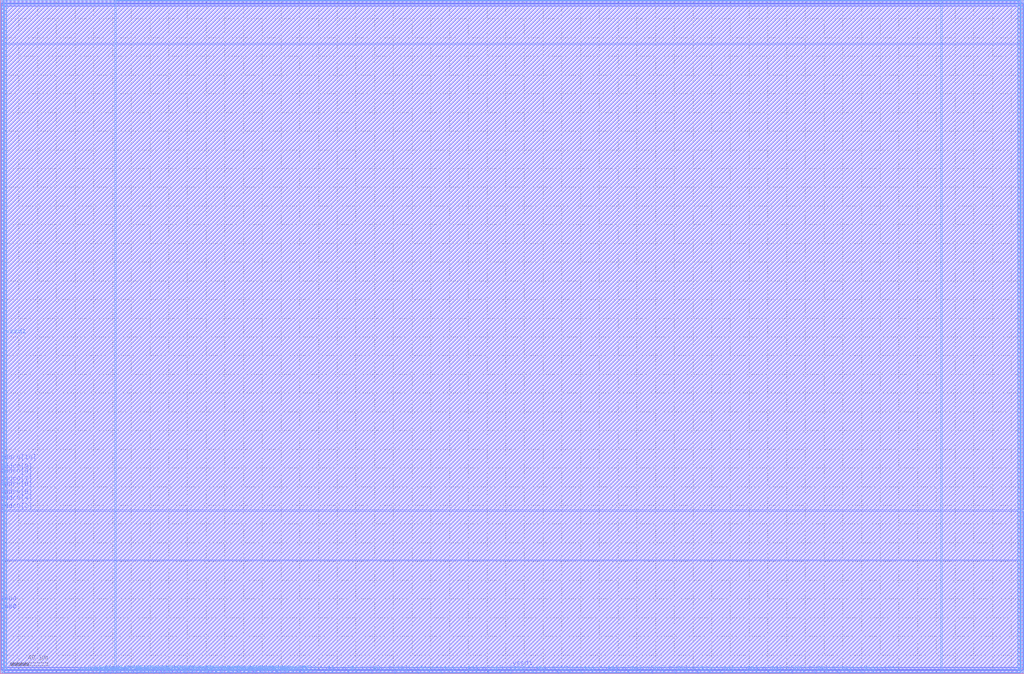
<source format=lef>
VERSION 5.4 ;
NAMESCASESENSITIVE ON ;
BUSBITCHARS "[]" ;
DIVIDERCHAR "/" ;
UNITS
  DATABASE MICRONS 1000 ;
END UNITS
MACRO sky130_sram_8kbyte_1rw1r_32x2048_8
   CLASS BLOCK ;
   SIZE 1093.82 BY 720.5 ;
   SYMMETRY X Y R90 ;
   PIN din0[0]
      DIRECTION INPUT ;
      PORT
         LAYER met4 ;
         RECT  123.08 0.0 123.46 0.38 ;
      END
   END din0[0]
   PIN din0[1]
      DIRECTION INPUT ;
      PORT
         LAYER met4 ;
         RECT  129.88 0.0 130.26 0.38 ;
      END
   END din0[1]
   PIN din0[2]
      DIRECTION INPUT ;
      PORT
         LAYER met4 ;
         RECT  135.32 0.0 135.7 0.38 ;
      END
   END din0[2]
   PIN din0[3]
      DIRECTION INPUT ;
      PORT
         LAYER met4 ;
         RECT  141.44 0.0 141.82 0.38 ;
      END
   END din0[3]
   PIN din0[4]
      DIRECTION INPUT ;
      PORT
         LAYER met4 ;
         RECT  146.2 0.0 146.58 0.38 ;
      END
   END din0[4]
   PIN din0[5]
      DIRECTION INPUT ;
      PORT
         LAYER met4 ;
         RECT  153.0 0.0 153.38 0.38 ;
      END
   END din0[5]
   PIN din0[6]
      DIRECTION INPUT ;
      PORT
         LAYER met4 ;
         RECT  158.44 0.0 158.82 0.38 ;
      END
   END din0[6]
   PIN din0[7]
      DIRECTION INPUT ;
      PORT
         LAYER met4 ;
         RECT  163.88 0.0 164.26 0.38 ;
      END
   END din0[7]
   PIN din0[8]
      DIRECTION INPUT ;
      PORT
         LAYER met4 ;
         RECT  170.0 0.0 170.38 0.38 ;
      END
   END din0[8]
   PIN din0[9]
      DIRECTION INPUT ;
      PORT
         LAYER met4 ;
         RECT  175.44 0.0 175.82 0.38 ;
      END
   END din0[9]
   PIN din0[10]
      DIRECTION INPUT ;
      PORT
         LAYER met4 ;
         RECT  182.24 0.0 182.62 0.38 ;
      END
   END din0[10]
   PIN din0[11]
      DIRECTION INPUT ;
      PORT
         LAYER met4 ;
         RECT  187.68 0.0 188.06 0.38 ;
      END
   END din0[11]
   PIN din0[12]
      DIRECTION INPUT ;
      PORT
         LAYER met4 ;
         RECT  193.12 0.0 193.5 0.38 ;
      END
   END din0[12]
   PIN din0[13]
      DIRECTION INPUT ;
      PORT
         LAYER met4 ;
         RECT  199.24 0.0 199.62 0.38 ;
      END
   END din0[13]
   PIN din0[14]
      DIRECTION INPUT ;
      PORT
         LAYER met4 ;
         RECT  204.68 0.0 205.06 0.38 ;
      END
   END din0[14]
   PIN din0[15]
      DIRECTION INPUT ;
      PORT
         LAYER met4 ;
         RECT  211.48 0.0 211.86 0.38 ;
      END
   END din0[15]
   PIN din0[16]
      DIRECTION INPUT ;
      PORT
         LAYER met4 ;
         RECT  216.92 0.0 217.3 0.38 ;
      END
   END din0[16]
   PIN din0[17]
      DIRECTION INPUT ;
      PORT
         LAYER met4 ;
         RECT  223.04 0.0 223.42 0.38 ;
      END
   END din0[17]
   PIN din0[18]
      DIRECTION INPUT ;
      PORT
         LAYER met4 ;
         RECT  229.16 0.0 229.54 0.38 ;
      END
   END din0[18]
   PIN din0[19]
      DIRECTION INPUT ;
      PORT
         LAYER met4 ;
         RECT  234.6 0.0 234.98 0.38 ;
      END
   END din0[19]
   PIN din0[20]
      DIRECTION INPUT ;
      PORT
         LAYER met4 ;
         RECT  240.04 0.0 240.42 0.38 ;
      END
   END din0[20]
   PIN din0[21]
      DIRECTION INPUT ;
      PORT
         LAYER met4 ;
         RECT  245.48 0.0 245.86 0.38 ;
      END
   END din0[21]
   PIN din0[22]
      DIRECTION INPUT ;
      PORT
         LAYER met4 ;
         RECT  251.6 0.0 251.98 0.38 ;
      END
   END din0[22]
   PIN din0[23]
      DIRECTION INPUT ;
      PORT
         LAYER met4 ;
         RECT  257.72 0.0 258.1 0.38 ;
      END
   END din0[23]
   PIN din0[24]
      DIRECTION INPUT ;
      PORT
         LAYER met4 ;
         RECT  263.84 0.0 264.22 0.38 ;
      END
   END din0[24]
   PIN din0[25]
      DIRECTION INPUT ;
      PORT
         LAYER met4 ;
         RECT  269.28 0.0 269.66 0.38 ;
      END
   END din0[25]
   PIN din0[26]
      DIRECTION INPUT ;
      PORT
         LAYER met4 ;
         RECT  274.72 0.0 275.1 0.38 ;
      END
   END din0[26]
   PIN din0[27]
      DIRECTION INPUT ;
      PORT
         LAYER met4 ;
         RECT  280.84 0.0 281.22 0.38 ;
      END
   END din0[27]
   PIN din0[28]
      DIRECTION INPUT ;
      PORT
         LAYER met4 ;
         RECT  286.96 0.0 287.34 0.38 ;
      END
   END din0[28]
   PIN din0[29]
      DIRECTION INPUT ;
      PORT
         LAYER met4 ;
         RECT  293.08 0.0 293.46 0.38 ;
      END
   END din0[29]
   PIN din0[30]
      DIRECTION INPUT ;
      PORT
         LAYER met4 ;
         RECT  299.2 0.0 299.58 0.38 ;
      END
   END din0[30]
   PIN din0[31]
      DIRECTION INPUT ;
      PORT
         LAYER met4 ;
         RECT  303.96 0.0 304.34 0.38 ;
      END
   END din0[31]
   PIN addr0[0]
      DIRECTION INPUT ;
      PORT
         LAYER met4 ;
         RECT  82.28 0.0 82.66 0.38 ;
      END
   END addr0[0]
   PIN addr0[1]
      DIRECTION INPUT ;
      PORT
         LAYER met4 ;
         RECT  88.4 0.0 88.78 0.38 ;
      END
   END addr0[1]
   PIN addr0[2]
      DIRECTION INPUT ;
      PORT
         LAYER met4 ;
         RECT  93.84 0.0 94.22 0.38 ;
      END
   END addr0[2]
   PIN addr0[3]
      DIRECTION INPUT ;
      PORT
         LAYER met3 ;
         RECT  0.0 174.08 0.38 174.46 ;
      END
   END addr0[3]
   PIN addr0[4]
      DIRECTION INPUT ;
      PORT
         LAYER met3 ;
         RECT  0.0 182.24 0.38 182.62 ;
      END
   END addr0[4]
   PIN addr0[5]
      DIRECTION INPUT ;
      PORT
         LAYER met3 ;
         RECT  0.0 189.04 0.38 189.42 ;
      END
   END addr0[5]
   PIN addr0[6]
      DIRECTION INPUT ;
      PORT
         LAYER met3 ;
         RECT  0.0 197.2 0.38 197.58 ;
      END
   END addr0[6]
   PIN addr0[7]
      DIRECTION INPUT ;
      PORT
         LAYER met3 ;
         RECT  0.0 202.64 0.38 203.02 ;
      END
   END addr0[7]
   PIN addr0[8]
      DIRECTION INPUT ;
      PORT
         LAYER met3 ;
         RECT  0.0 210.8 0.38 211.18 ;
      END
   END addr0[8]
   PIN addr0[9]
      DIRECTION INPUT ;
      PORT
         LAYER met3 ;
         RECT  0.0 216.24 0.38 216.62 ;
      END
   END addr0[9]
   PIN addr0[10]
      DIRECTION INPUT ;
      PORT
         LAYER met3 ;
         RECT  0.0 225.76 0.38 226.14 ;
      END
   END addr0[10]
   PIN addr1[0]
      DIRECTION INPUT ;
      PORT
         LAYER met4 ;
         RECT  1005.04 720.12 1005.42 720.5 ;
      END
   END addr1[0]
   PIN addr1[1]
      DIRECTION INPUT ;
      PORT
         LAYER met4 ;
         RECT  999.6 720.12 999.98 720.5 ;
      END
   END addr1[1]
   PIN addr1[2]
      DIRECTION INPUT ;
      PORT
         LAYER met4 ;
         RECT  992.8 720.12 993.18 720.5 ;
      END
   END addr1[2]
   PIN addr1[3]
      DIRECTION INPUT ;
      PORT
         LAYER met3 ;
         RECT  1093.44 121.04 1093.82 121.42 ;
      END
   END addr1[3]
   PIN addr1[4]
      DIRECTION INPUT ;
      PORT
         LAYER met3 ;
         RECT  1093.44 112.88 1093.82 113.26 ;
      END
   END addr1[4]
   PIN addr1[5]
      DIRECTION INPUT ;
      PORT
         LAYER met3 ;
         RECT  1093.44 107.44 1093.82 107.82 ;
      END
   END addr1[5]
   PIN addr1[6]
      DIRECTION INPUT ;
      PORT
         LAYER met3 ;
         RECT  1093.44 97.92 1093.82 98.3 ;
      END
   END addr1[6]
   PIN addr1[7]
      DIRECTION INPUT ;
      PORT
         LAYER met3 ;
         RECT  1093.44 92.48 1093.82 92.86 ;
      END
   END addr1[7]
   PIN addr1[8]
      DIRECTION INPUT ;
      PORT
         LAYER met3 ;
         RECT  1093.44 84.32 1093.82 84.7 ;
      END
   END addr1[8]
   PIN addr1[9]
      DIRECTION INPUT ;
      PORT
         LAYER met3 ;
         RECT  1093.44 78.88 1093.82 79.26 ;
      END
   END addr1[9]
   PIN addr1[10]
      DIRECTION INPUT ;
      PORT
         LAYER met3 ;
         RECT  1093.44 70.72 1093.82 71.1 ;
      END
   END addr1[10]
   PIN csb0
      DIRECTION INPUT ;
      PORT
         LAYER met3 ;
         RECT  0.0 65.96 0.38 66.34 ;
      END
   END csb0
   PIN csb1
      DIRECTION INPUT ;
      PORT
         LAYER met3 ;
         RECT  1093.44 673.2 1093.82 673.58 ;
      END
   END csb1
   PIN web0
      DIRECTION INPUT ;
      PORT
         LAYER met3 ;
         RECT  0.0 74.8 0.38 75.18 ;
      END
   END web0
   PIN clk0
      DIRECTION INPUT ;
      PORT
         LAYER met3 ;
         RECT  0.0 66.64 0.38 67.02 ;
      END
   END clk0
   PIN clk1
      DIRECTION INPUT ;
      PORT
         LAYER met3 ;
         RECT  1093.44 672.52 1093.82 672.9 ;
      END
   END clk1
   PIN wmask0[0]
      DIRECTION INPUT ;
      PORT
         LAYER met4 ;
         RECT  99.96 0.0 100.34 0.38 ;
      END
   END wmask0[0]
   PIN wmask0[1]
      DIRECTION INPUT ;
      PORT
         LAYER met4 ;
         RECT  105.4 0.0 105.78 0.38 ;
      END
   END wmask0[1]
   PIN wmask0[2]
      DIRECTION INPUT ;
      PORT
         LAYER met4 ;
         RECT  111.52 0.0 111.9 0.38 ;
      END
   END wmask0[2]
   PIN wmask0[3]
      DIRECTION INPUT ;
      PORT
         LAYER met4 ;
         RECT  117.64 0.0 118.02 0.38 ;
      END
   END wmask0[3]
   PIN dout0[0]
      DIRECTION OUTPUT ;
      PORT
         LAYER met4 ;
         RECT  144.84 0.0 145.22 0.38 ;
      END
   END dout0[0]
   PIN dout0[1]
      DIRECTION OUTPUT ;
      PORT
         LAYER met4 ;
         RECT  172.72 0.0 173.1 0.38 ;
      END
   END dout0[1]
   PIN dout0[2]
      DIRECTION OUTPUT ;
      PORT
         LAYER met4 ;
         RECT  197.2 0.0 197.58 0.38 ;
      END
   END dout0[2]
   PIN dout0[3]
      DIRECTION OUTPUT ;
      PORT
         LAYER met4 ;
         RECT  221.0 0.0 221.38 0.38 ;
      END
   END dout0[3]
   PIN dout0[4]
      DIRECTION OUTPUT ;
      PORT
         LAYER met4 ;
         RECT  247.52 0.0 247.9 0.38 ;
      END
   END dout0[4]
   PIN dout0[5]
      DIRECTION OUTPUT ;
      PORT
         LAYER met4 ;
         RECT  272.68 0.0 273.06 0.38 ;
      END
   END dout0[5]
   PIN dout0[6]
      DIRECTION OUTPUT ;
      PORT
         LAYER met4 ;
         RECT  296.48 0.0 296.86 0.38 ;
      END
   END dout0[6]
   PIN dout0[7]
      DIRECTION OUTPUT ;
      PORT
         LAYER met4 ;
         RECT  322.32 0.0 322.7 0.38 ;
      END
   END dout0[7]
   PIN dout0[8]
      DIRECTION OUTPUT ;
      PORT
         LAYER met4 ;
         RECT  347.48 0.0 347.86 0.38 ;
      END
   END dout0[8]
   PIN dout0[9]
      DIRECTION OUTPUT ;
      PORT
         LAYER met4 ;
         RECT  371.96 0.0 372.34 0.38 ;
      END
   END dout0[9]
   PIN dout0[10]
      DIRECTION OUTPUT ;
      PORT
         LAYER met4 ;
         RECT  397.12 0.0 397.5 0.38 ;
      END
   END dout0[10]
   PIN dout0[11]
      DIRECTION OUTPUT ;
      PORT
         LAYER met4 ;
         RECT  421.6 0.0 421.98 0.38 ;
      END
   END dout0[11]
   PIN dout0[12]
      DIRECTION OUTPUT ;
      PORT
         LAYER met4 ;
         RECT  446.76 0.0 447.14 0.38 ;
      END
   END dout0[12]
   PIN dout0[13]
      DIRECTION OUTPUT ;
      PORT
         LAYER met4 ;
         RECT  471.92 0.0 472.3 0.38 ;
      END
   END dout0[13]
   PIN dout0[14]
      DIRECTION OUTPUT ;
      PORT
         LAYER met4 ;
         RECT  497.08 0.0 497.46 0.38 ;
      END
   END dout0[14]
   PIN dout0[15]
      DIRECTION OUTPUT ;
      PORT
         LAYER met4 ;
         RECT  521.56 0.0 521.94 0.38 ;
      END
   END dout0[15]
   PIN dout0[16]
      DIRECTION OUTPUT ;
      PORT
         LAYER met4 ;
         RECT  545.36 0.0 545.74 0.38 ;
      END
   END dout0[16]
   PIN dout0[17]
      DIRECTION OUTPUT ;
      PORT
         LAYER met4 ;
         RECT  571.88 0.0 572.26 0.38 ;
      END
   END dout0[17]
   PIN dout0[18]
      DIRECTION OUTPUT ;
      PORT
         LAYER met4 ;
         RECT  596.36 0.0 596.74 0.38 ;
      END
   END dout0[18]
   PIN dout0[19]
      DIRECTION OUTPUT ;
      PORT
         LAYER met4 ;
         RECT  621.52 0.0 621.9 0.38 ;
      END
   END dout0[19]
   PIN dout0[20]
      DIRECTION OUTPUT ;
      PORT
         LAYER met4 ;
         RECT  646.68 0.0 647.06 0.38 ;
      END
   END dout0[20]
   PIN dout0[21]
      DIRECTION OUTPUT ;
      PORT
         LAYER met4 ;
         RECT  671.84 0.0 672.22 0.38 ;
      END
   END dout0[21]
   PIN dout0[22]
      DIRECTION OUTPUT ;
      PORT
         LAYER met4 ;
         RECT  696.32 0.0 696.7 0.38 ;
      END
   END dout0[22]
   PIN dout0[23]
      DIRECTION OUTPUT ;
      PORT
         LAYER met4 ;
         RECT  721.48 0.0 721.86 0.38 ;
      END
   END dout0[23]
   PIN dout0[24]
      DIRECTION OUTPUT ;
      PORT
         LAYER met4 ;
         RECT  745.28 0.0 745.66 0.38 ;
      END
   END dout0[24]
   PIN dout0[25]
      DIRECTION OUTPUT ;
      PORT
         LAYER met4 ;
         RECT  771.12 0.0 771.5 0.38 ;
      END
   END dout0[25]
   PIN dout0[26]
      DIRECTION OUTPUT ;
      PORT
         LAYER met4 ;
         RECT  796.28 0.0 796.66 0.38 ;
      END
   END dout0[26]
   PIN dout0[27]
      DIRECTION OUTPUT ;
      PORT
         LAYER met4 ;
         RECT  821.44 0.0 821.82 0.38 ;
      END
   END dout0[27]
   PIN dout0[28]
      DIRECTION OUTPUT ;
      PORT
         LAYER met4 ;
         RECT  845.92 0.0 846.3 0.38 ;
      END
   END dout0[28]
   PIN dout0[29]
      DIRECTION OUTPUT ;
      PORT
         LAYER met4 ;
         RECT  871.08 0.0 871.46 0.38 ;
      END
   END dout0[29]
   PIN dout0[30]
      DIRECTION OUTPUT ;
      PORT
         LAYER met4 ;
         RECT  896.24 0.0 896.62 0.38 ;
      END
   END dout0[30]
   PIN dout0[31]
      DIRECTION OUTPUT ;
      PORT
         LAYER met4 ;
         RECT  921.4 0.0 921.78 0.38 ;
      END
   END dout0[31]
   PIN dout1[0]
      DIRECTION OUTPUT ;
      PORT
         LAYER met4 ;
         RECT  147.56 720.12 147.94 720.5 ;
      END
   END dout1[0]
   PIN dout1[1]
      DIRECTION OUTPUT ;
      PORT
         LAYER met4 ;
         RECT  172.04 720.12 172.42 720.5 ;
      END
   END dout1[1]
   PIN dout1[2]
      DIRECTION OUTPUT ;
      PORT
         LAYER met4 ;
         RECT  197.2 720.12 197.58 720.5 ;
      END
   END dout1[2]
   PIN dout1[3]
      DIRECTION OUTPUT ;
      PORT
         LAYER met4 ;
         RECT  222.36 720.12 222.74 720.5 ;
      END
   END dout1[3]
   PIN dout1[4]
      DIRECTION OUTPUT ;
      PORT
         LAYER met4 ;
         RECT  247.52 720.12 247.9 720.5 ;
      END
   END dout1[4]
   PIN dout1[5]
      DIRECTION OUTPUT ;
      PORT
         LAYER met4 ;
         RECT  272.68 720.12 273.06 720.5 ;
      END
   END dout1[5]
   PIN dout1[6]
      DIRECTION OUTPUT ;
      PORT
         LAYER met4 ;
         RECT  297.16 720.12 297.54 720.5 ;
      END
   END dout1[6]
   PIN dout1[7]
      DIRECTION OUTPUT ;
      PORT
         LAYER met4 ;
         RECT  322.32 720.12 322.7 720.5 ;
      END
   END dout1[7]
   PIN dout1[8]
      DIRECTION OUTPUT ;
      PORT
         LAYER met4 ;
         RECT  347.48 720.12 347.86 720.5 ;
      END
   END dout1[8]
   PIN dout1[9]
      DIRECTION OUTPUT ;
      PORT
         LAYER met4 ;
         RECT  372.64 720.12 373.02 720.5 ;
      END
   END dout1[9]
   PIN dout1[10]
      DIRECTION OUTPUT ;
      PORT
         LAYER met4 ;
         RECT  397.8 720.12 398.18 720.5 ;
      END
   END dout1[10]
   PIN dout1[11]
      DIRECTION OUTPUT ;
      PORT
         LAYER met4 ;
         RECT  421.6 720.12 421.98 720.5 ;
      END
   END dout1[11]
   PIN dout1[12]
      DIRECTION OUTPUT ;
      PORT
         LAYER met4 ;
         RECT  446.76 720.12 447.14 720.5 ;
      END
   END dout1[12]
   PIN dout1[13]
      DIRECTION OUTPUT ;
      PORT
         LAYER met4 ;
         RECT  472.6 720.12 472.98 720.5 ;
      END
   END dout1[13]
   PIN dout1[14]
      DIRECTION OUTPUT ;
      PORT
         LAYER met4 ;
         RECT  497.08 720.12 497.46 720.5 ;
      END
   END dout1[14]
   PIN dout1[15]
      DIRECTION OUTPUT ;
      PORT
         LAYER met4 ;
         RECT  521.56 720.12 521.94 720.5 ;
      END
   END dout1[15]
   PIN dout1[16]
      DIRECTION OUTPUT ;
      PORT
         LAYER met4 ;
         RECT  546.72 720.12 547.1 720.5 ;
      END
   END dout1[16]
   PIN dout1[17]
      DIRECTION OUTPUT ;
      PORT
         LAYER met4 ;
         RECT  571.88 720.12 572.26 720.5 ;
      END
   END dout1[17]
   PIN dout1[18]
      DIRECTION OUTPUT ;
      PORT
         LAYER met4 ;
         RECT  596.36 720.12 596.74 720.5 ;
      END
   END dout1[18]
   PIN dout1[19]
      DIRECTION OUTPUT ;
      PORT
         LAYER met4 ;
         RECT  621.52 720.12 621.9 720.5 ;
      END
   END dout1[19]
   PIN dout1[20]
      DIRECTION OUTPUT ;
      PORT
         LAYER met4 ;
         RECT  646.68 720.12 647.06 720.5 ;
      END
   END dout1[20]
   PIN dout1[21]
      DIRECTION OUTPUT ;
      PORT
         LAYER met4 ;
         RECT  671.84 720.12 672.22 720.5 ;
      END
   END dout1[21]
   PIN dout1[22]
      DIRECTION OUTPUT ;
      PORT
         LAYER met4 ;
         RECT  697.0 720.12 697.38 720.5 ;
      END
   END dout1[22]
   PIN dout1[23]
      DIRECTION OUTPUT ;
      PORT
         LAYER met4 ;
         RECT  721.48 720.12 721.86 720.5 ;
      END
   END dout1[23]
   PIN dout1[24]
      DIRECTION OUTPUT ;
      PORT
         LAYER met4 ;
         RECT  746.64 720.12 747.02 720.5 ;
      END
   END dout1[24]
   PIN dout1[25]
      DIRECTION OUTPUT ;
      PORT
         LAYER met4 ;
         RECT  771.8 720.12 772.18 720.5 ;
      END
   END dout1[25]
   PIN dout1[26]
      DIRECTION OUTPUT ;
      PORT
         LAYER met4 ;
         RECT  796.96 720.12 797.34 720.5 ;
      END
   END dout1[26]
   PIN dout1[27]
      DIRECTION OUTPUT ;
      PORT
         LAYER met4 ;
         RECT  822.12 720.12 822.5 720.5 ;
      END
   END dout1[27]
   PIN dout1[28]
      DIRECTION OUTPUT ;
      PORT
         LAYER met4 ;
         RECT  845.92 720.12 846.3 720.5 ;
      END
   END dout1[28]
   PIN dout1[29]
      DIRECTION OUTPUT ;
      PORT
         LAYER met4 ;
         RECT  871.08 720.12 871.46 720.5 ;
      END
   END dout1[29]
   PIN dout1[30]
      DIRECTION OUTPUT ;
      PORT
         LAYER met4 ;
         RECT  896.92 720.12 897.3 720.5 ;
      END
   END dout1[30]
   PIN dout1[31]
      DIRECTION OUTPUT ;
      PORT
         LAYER met4 ;
         RECT  921.4 720.12 921.78 720.5 ;
      END
   END dout1[31]
   PIN vccd1
      DIRECTION INOUT ;
      USE POWER ; 
      SHAPE ABUTMENT ; 
      PORT
         LAYER met3 ;
         RECT  1.36 1.36 1092.46 3.1 ;
         LAYER met4 ;
         RECT  1.36 1.36 3.1 719.14 ;
         LAYER met3 ;
         RECT  1.36 717.4 1092.46 719.14 ;
         LAYER met4 ;
         RECT  1090.72 1.36 1092.46 719.14 ;
      END
   END vccd1
   PIN vssd1
      DIRECTION INOUT ;
      USE GROUND ; 
      SHAPE ABUTMENT ; 
      PORT
         LAYER met3 ;
         RECT  4.76 714.0 1089.06 715.74 ;
         LAYER met4 ;
         RECT  1087.32 4.76 1089.06 715.74 ;
         LAYER met3 ;
         RECT  4.76 4.76 1089.06 6.5 ;
         LAYER met4 ;
         RECT  4.76 4.76 6.5 715.74 ;
      END
   END vssd1
   OBS
   LAYER  met1 ;
      RECT  0.62 0.62 1093.2 719.88 ;
   LAYER  met2 ;
      RECT  0.62 0.62 1093.2 719.88 ;
   LAYER  met3 ;
      RECT  0.98 173.48 1093.2 175.06 ;
      RECT  0.62 175.06 0.98 181.64 ;
      RECT  0.62 183.22 0.98 188.44 ;
      RECT  0.62 190.02 0.98 196.6 ;
      RECT  0.62 198.18 0.98 202.04 ;
      RECT  0.62 203.62 0.98 210.2 ;
      RECT  0.62 211.78 0.98 215.64 ;
      RECT  0.62 217.22 0.98 225.16 ;
      RECT  0.98 120.44 1092.84 122.02 ;
      RECT  0.98 122.02 1092.84 173.48 ;
      RECT  1092.84 122.02 1093.2 173.48 ;
      RECT  1092.84 113.86 1093.2 120.44 ;
      RECT  1092.84 108.42 1093.2 112.28 ;
      RECT  1092.84 98.9 1093.2 106.84 ;
      RECT  1092.84 93.46 1093.2 97.32 ;
      RECT  1092.84 85.3 1093.2 91.88 ;
      RECT  1092.84 79.86 1093.2 83.72 ;
      RECT  1092.84 71.7 1093.2 78.28 ;
      RECT  0.98 175.06 1092.84 672.6 ;
      RECT  0.98 672.6 1092.84 674.18 ;
      RECT  0.62 75.78 0.98 173.48 ;
      RECT  0.62 67.62 0.98 74.2 ;
      RECT  1092.84 175.06 1093.2 671.92 ;
      RECT  0.98 0.62 1092.84 0.76 ;
      RECT  1092.84 0.62 1093.06 0.76 ;
      RECT  1092.84 3.7 1093.06 70.12 ;
      RECT  1093.06 0.62 1093.2 0.76 ;
      RECT  1093.06 0.76 1093.2 3.7 ;
      RECT  1093.06 3.7 1093.2 70.12 ;
      RECT  0.62 0.62 0.76 0.76 ;
      RECT  0.62 0.76 0.76 3.7 ;
      RECT  0.62 3.7 0.76 65.36 ;
      RECT  0.76 0.62 0.98 0.76 ;
      RECT  0.76 3.7 0.98 65.36 ;
      RECT  0.62 226.74 0.76 716.8 ;
      RECT  0.62 716.8 0.76 719.74 ;
      RECT  0.62 719.74 0.76 719.88 ;
      RECT  0.76 226.74 0.98 716.8 ;
      RECT  0.76 719.74 0.98 719.88 ;
      RECT  0.98 719.74 1092.84 719.88 ;
      RECT  1092.84 674.18 1093.06 716.8 ;
      RECT  1092.84 719.74 1093.06 719.88 ;
      RECT  1093.06 674.18 1093.2 716.8 ;
      RECT  1093.06 716.8 1093.2 719.74 ;
      RECT  1093.06 719.74 1093.2 719.88 ;
      RECT  0.98 674.18 4.16 713.4 ;
      RECT  0.98 713.4 4.16 716.34 ;
      RECT  0.98 716.34 4.16 716.8 ;
      RECT  4.16 674.18 1089.66 713.4 ;
      RECT  4.16 716.34 1089.66 716.8 ;
      RECT  1089.66 674.18 1092.84 713.4 ;
      RECT  1089.66 713.4 1092.84 716.34 ;
      RECT  1089.66 716.34 1092.84 716.8 ;
      RECT  0.98 3.7 4.16 4.16 ;
      RECT  0.98 4.16 4.16 7.1 ;
      RECT  0.98 7.1 4.16 120.44 ;
      RECT  4.16 3.7 1089.66 4.16 ;
      RECT  4.16 7.1 1089.66 120.44 ;
      RECT  1089.66 3.7 1092.84 4.16 ;
      RECT  1089.66 4.16 1092.84 7.1 ;
      RECT  1089.66 7.1 1092.84 120.44 ;
   LAYER  met4 ;
      RECT  122.48 0.98 124.06 719.88 ;
      RECT  124.06 0.62 129.28 0.98 ;
      RECT  130.86 0.62 134.72 0.98 ;
      RECT  136.3 0.62 140.84 0.98 ;
      RECT  147.18 0.62 152.4 0.98 ;
      RECT  153.98 0.62 157.84 0.98 ;
      RECT  159.42 0.62 163.28 0.98 ;
      RECT  164.86 0.62 169.4 0.98 ;
      RECT  176.42 0.62 181.64 0.98 ;
      RECT  183.22 0.62 187.08 0.98 ;
      RECT  188.66 0.62 192.52 0.98 ;
      RECT  200.22 0.62 204.08 0.98 ;
      RECT  205.66 0.62 210.88 0.98 ;
      RECT  212.46 0.62 216.32 0.98 ;
      RECT  224.02 0.62 228.56 0.98 ;
      RECT  230.14 0.62 234.0 0.98 ;
      RECT  235.58 0.62 239.44 0.98 ;
      RECT  241.02 0.62 244.88 0.98 ;
      RECT  252.58 0.62 257.12 0.98 ;
      RECT  258.7 0.62 263.24 0.98 ;
      RECT  264.82 0.62 268.68 0.98 ;
      RECT  275.7 0.62 280.24 0.98 ;
      RECT  281.82 0.62 286.36 0.98 ;
      RECT  287.94 0.62 292.48 0.98 ;
      RECT  300.18 0.62 303.36 0.98 ;
      RECT  83.26 0.62 87.8 0.98 ;
      RECT  89.38 0.62 93.24 0.98 ;
      RECT  124.06 0.98 1004.44 719.52 ;
      RECT  1004.44 0.98 1006.02 719.52 ;
      RECT  1000.58 719.52 1004.44 719.88 ;
      RECT  993.78 719.52 999.0 719.88 ;
      RECT  94.82 0.62 99.36 0.98 ;
      RECT  100.94 0.62 104.8 0.98 ;
      RECT  106.38 0.62 110.92 0.98 ;
      RECT  112.5 0.62 117.04 0.98 ;
      RECT  118.62 0.62 122.48 0.98 ;
      RECT  142.42 0.62 144.24 0.98 ;
      RECT  170.98 0.62 172.12 0.98 ;
      RECT  173.7 0.62 174.84 0.98 ;
      RECT  194.1 0.62 196.6 0.98 ;
      RECT  198.18 0.62 198.64 0.98 ;
      RECT  217.9 0.62 220.4 0.98 ;
      RECT  221.98 0.62 222.44 0.98 ;
      RECT  246.46 0.62 246.92 0.98 ;
      RECT  248.5 0.62 251.0 0.98 ;
      RECT  270.26 0.62 272.08 0.98 ;
      RECT  273.66 0.62 274.12 0.98 ;
      RECT  294.06 0.62 295.88 0.98 ;
      RECT  297.46 0.62 298.6 0.98 ;
      RECT  304.94 0.62 321.72 0.98 ;
      RECT  323.3 0.62 346.88 0.98 ;
      RECT  348.46 0.62 371.36 0.98 ;
      RECT  372.94 0.62 396.52 0.98 ;
      RECT  398.1 0.62 421.0 0.98 ;
      RECT  422.58 0.62 446.16 0.98 ;
      RECT  447.74 0.62 471.32 0.98 ;
      RECT  472.9 0.62 496.48 0.98 ;
      RECT  498.06 0.62 520.96 0.98 ;
      RECT  522.54 0.62 544.76 0.98 ;
      RECT  546.34 0.62 571.28 0.98 ;
      RECT  572.86 0.62 595.76 0.98 ;
      RECT  597.34 0.62 620.92 0.98 ;
      RECT  622.5 0.62 646.08 0.98 ;
      RECT  647.66 0.62 671.24 0.98 ;
      RECT  672.82 0.62 695.72 0.98 ;
      RECT  697.3 0.62 720.88 0.98 ;
      RECT  722.46 0.62 744.68 0.98 ;
      RECT  746.26 0.62 770.52 0.98 ;
      RECT  772.1 0.62 795.68 0.98 ;
      RECT  797.26 0.62 820.84 0.98 ;
      RECT  822.42 0.62 845.32 0.98 ;
      RECT  846.9 0.62 870.48 0.98 ;
      RECT  872.06 0.62 895.64 0.98 ;
      RECT  897.22 0.62 920.8 0.98 ;
      RECT  124.06 719.52 146.96 719.88 ;
      RECT  148.54 719.52 171.44 719.88 ;
      RECT  173.02 719.52 196.6 719.88 ;
      RECT  198.18 719.52 221.76 719.88 ;
      RECT  223.34 719.52 246.92 719.88 ;
      RECT  248.5 719.52 272.08 719.88 ;
      RECT  273.66 719.52 296.56 719.88 ;
      RECT  298.14 719.52 321.72 719.88 ;
      RECT  323.3 719.52 346.88 719.88 ;
      RECT  348.46 719.52 372.04 719.88 ;
      RECT  373.62 719.52 397.2 719.88 ;
      RECT  398.78 719.52 421.0 719.88 ;
      RECT  422.58 719.52 446.16 719.88 ;
      RECT  447.74 719.52 472.0 719.88 ;
      RECT  473.58 719.52 496.48 719.88 ;
      RECT  498.06 719.52 520.96 719.88 ;
      RECT  522.54 719.52 546.12 719.88 ;
      RECT  547.7 719.52 571.28 719.88 ;
      RECT  572.86 719.52 595.76 719.88 ;
      RECT  597.34 719.52 620.92 719.88 ;
      RECT  622.5 719.52 646.08 719.88 ;
      RECT  647.66 719.52 671.24 719.88 ;
      RECT  672.82 719.52 696.4 719.88 ;
      RECT  697.98 719.52 720.88 719.88 ;
      RECT  722.46 719.52 746.04 719.88 ;
      RECT  747.62 719.52 771.2 719.88 ;
      RECT  772.78 719.52 796.36 719.88 ;
      RECT  797.94 719.52 821.52 719.88 ;
      RECT  823.1 719.52 845.32 719.88 ;
      RECT  846.9 719.52 870.48 719.88 ;
      RECT  872.06 719.52 896.32 719.88 ;
      RECT  897.9 719.52 920.8 719.88 ;
      RECT  922.38 719.52 992.2 719.88 ;
      RECT  0.62 0.98 0.76 719.74 ;
      RECT  0.62 719.74 0.76 719.88 ;
      RECT  0.76 719.74 3.7 719.88 ;
      RECT  3.7 719.74 122.48 719.88 ;
      RECT  0.62 0.62 0.76 0.76 ;
      RECT  0.62 0.76 0.76 0.98 ;
      RECT  0.76 0.62 3.7 0.76 ;
      RECT  3.7 0.62 81.68 0.76 ;
      RECT  3.7 0.76 81.68 0.98 ;
      RECT  1093.06 0.98 1093.2 719.52 ;
      RECT  1006.02 719.52 1090.12 719.74 ;
      RECT  1006.02 719.74 1090.12 719.88 ;
      RECT  1090.12 719.74 1093.06 719.88 ;
      RECT  1093.06 719.52 1093.2 719.74 ;
      RECT  1093.06 719.74 1093.2 719.88 ;
      RECT  922.38 0.62 1090.12 0.76 ;
      RECT  922.38 0.76 1090.12 0.98 ;
      RECT  1090.12 0.62 1093.06 0.76 ;
      RECT  1093.06 0.62 1093.2 0.76 ;
      RECT  1093.06 0.76 1093.2 0.98 ;
      RECT  1006.02 0.98 1086.72 4.16 ;
      RECT  1006.02 4.16 1086.72 716.34 ;
      RECT  1006.02 716.34 1086.72 719.52 ;
      RECT  1086.72 0.98 1089.66 4.16 ;
      RECT  1086.72 716.34 1089.66 719.52 ;
      RECT  1089.66 0.98 1090.12 4.16 ;
      RECT  1089.66 4.16 1090.12 716.34 ;
      RECT  1089.66 716.34 1090.12 719.52 ;
      RECT  3.7 0.98 4.16 4.16 ;
      RECT  3.7 4.16 4.16 716.34 ;
      RECT  3.7 716.34 4.16 719.74 ;
      RECT  4.16 0.98 7.1 4.16 ;
      RECT  4.16 716.34 7.1 719.74 ;
      RECT  7.1 0.98 122.48 4.16 ;
      RECT  7.1 4.16 122.48 716.34 ;
      RECT  7.1 716.34 122.48 719.74 ;
   END
END    sky130_sram_8kbyte_1rw1r_32x2048_8
END    LIBRARY

</source>
